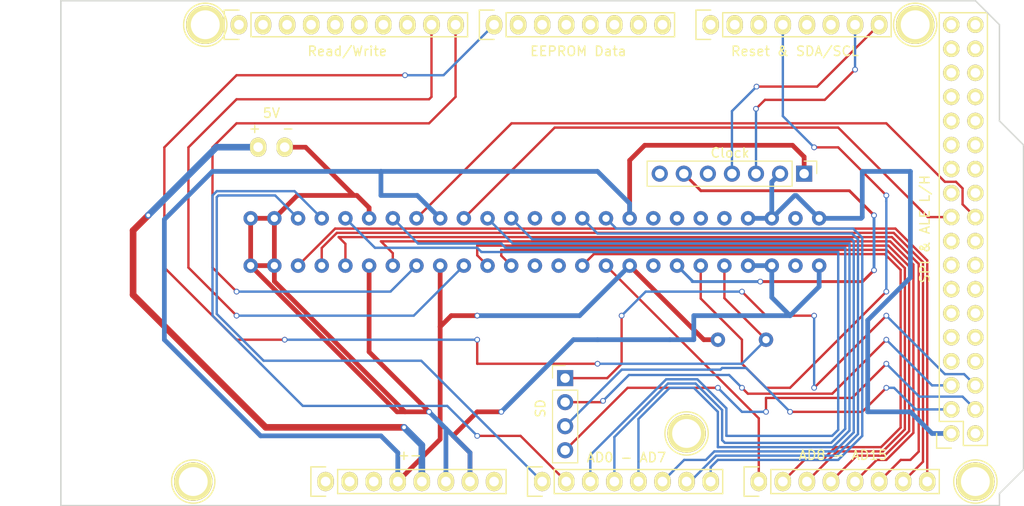
<source format=kicad_pcb>
(kicad_pcb (version 20211014) (generator pcbnew)
  (title_block (date "mar. 31 mars 2015"))
  (layers (0 "F.Cu" signal) (31 "B.Cu" signal) (34 "B.Paste" user) (35 "F.Paste" user) (36 "B.SilkS" user "B.Silkscreen") (37 "F.SilkS" user "F.Silkscreen") (38 "B.Mask" user) (39 "F.Mask" user) (44 "Edge.Cuts" user))
  (net 0 "")
  (net 1 "GND")
  (net 2 "/52(SCK)")
  (net 3 "/53(SS)")
  (net 4 "/50(MISO)")
  (net 5 "/51(MOSI)")
  (net 6 "/48")
  (net 7 "/49")
  (net 8 "/46")
  (net 9 "/47")
  (net 10 "/44")
  (net 11 "/45")
  (net 12 "/42")
  (net 13 "/43")
  (net 14 "/40")
  (net 15 "/41")
  (net 16 "/38")
  (net 17 "/39")
  (net 18 "/36")
  (net 19 "/37")
  (net 20 "/34")
  (net 21 "/35")
  (net 22 "/32")
  (net 23 "/33")
  (net 24 "/30")
  (net 25 "/31")
  (net 26 "/28")
  (net 27 "/29")
  (net 28 "/26")
  (net 29 "/27")
  (net 30 "/24")
  (net 31 "/25")
  (net 32 "/22")
  (net 33 "/23")
  (net 34 "+5V")
  (net 35 "/IOREF")
  (net 36 "/Reset")
  (net 37 "/Vin")
  (net 38 "/A0")
  (net 39 "/A1")
  (net 40 "/A2")
  (net 41 "/A3")
  (net 42 "/A4")
  (net 43 "/A5")
  (net 44 "/A6")
  (net 45 "/A7")
  (net 46 "/A8")
  (net 47 "/A9")
  (net 48 "/A10")
  (net 49 "/A11")
  (net 50 "/A12")
  (net 51 "/A13")
  (net 52 "/A14")
  (net 53 "/A15")
  (net 54 "/SCL")
  (net 55 "/SDA")
  (net 56 "/AREF")
  (net 57 "/9(**)")
  (net 58 "/8(**)")
  (net 59 "/7(**)")
  (net 60 "/20(SDA)")
  (net 61 "/21(SCL)")
  (net 62 "Net-(P8-Pad1)")
  (net 63 "Net-(P9-Pad1)")
  (net 64 "Net-(P10-Pad1)")
  (net 65 "Net-(P11-Pad1)")
  (net 66 "Net-(P13-Pad1)")
  (net 67 "Net-(P2-Pad1)")
  (net 68 "+3V3")
  (net 69 "/14(Tx3)")
  (net 70 "/15(Rx3)")
  (net 71 "/16(Tx2)")
  (net 72 "/17(Rx2)")
  (net 73 "/18(Tx1)")
  (net 74 "/19(Rx1)")
  (footprint "Socket_Arduino_Mega:Socket_Strip_Arduino_2x18" (layer "F.Cu") (at 197.358 114.046 90)
    (fp_text reference "SPI & ALE L/H")
    (fp_text value "Digital")
  )
  (footprint "Socket_Arduino_Mega:Socket_Strip_Arduino_1x08" (layer "F.Cu") (at 131.318 119.126)
    (fp_text reference "+-")
    (fp_text value "Power")
  )
  (footprint "Socket_Arduino_Mega:Socket_Strip_Arduino_1x08" (layer "F.Cu") (at 154.178 119.126)
    (fp_text reference "AD0 - AD7")
    (fp_text value "Analog")
  )
  (footprint "Socket_Arduino_Mega:Socket_Strip_Arduino_1x08" (layer "F.Cu") (at 177.038 119.126)
    (fp_text reference "AD8 - AD15")
    (fp_text value "Analog")
  )
  (footprint "Socket_Arduino_Mega:Socket_Strip_Arduino_1x10" (layer "F.Cu") (at 122.174 70.866)
    (fp_text reference "Read/Write")
    (fp_text value "PWM")
  )
  (footprint "Socket_Arduino_Mega:Socket_Strip_Arduino_1x08" (layer "F.Cu") (at 149.098 70.866)
    (fp_text reference "EEPROM Data")
    (fp_text value "PWM")
  )
  (footprint "Socket_Arduino_Mega:Socket_Strip_Arduino_1x08" (layer "F.Cu") (at 171.958 70.866)
    (fp_text reference "Reset & SDA/SCL")
    (fp_text value "Communication")
  )
  (footprint "Socket_Arduino_Mega:Arduino_1pin" (layer "F.Cu") (at 117.348 119.126)
    (fp_text reference "P8" hide)
    (fp_text value "CONN_01X01" hide)
  )
  (footprint "Socket_Arduino_Mega:Arduino_1pin" (layer "F.Cu") (at 169.418 114.046)
    (fp_text reference "P9" hide)
    (fp_text value "CONN_01X01" hide)
  )
  (footprint "Socket_Arduino_Mega:Arduino_1pin" (layer "F.Cu") (at 199.898 119.126)
    (fp_text reference "P10" hide)
    (fp_text value "CONN_01X01" hide)
  )
  (footprint "Socket_Arduino_Mega:Arduino_1pin" (layer "F.Cu") (at 118.618 70.866)
    (fp_text reference "P11" hide)
    (fp_text value "CONN_01X01" hide)
  )
  (footprint "Socket_Arduino_Mega:Arduino_1pin" (layer "F.Cu") (at 193.548 70.866)
    (fp_text reference "P13" hide)
    (fp_text value "CONN_01X01" hide)
  )
  (footprint "" (layer "F.Cu") (at 177.8 104.14 90)
    (fp_text reference "")
    (fp_text value "")
  )
  (footprint "Connector_PinHeader_2.54mm:PinHeader_1x07_P2.54mm_Vertical" (layer "F.Cu") (at 181.825 86.6 -90)
    (fp_text reference "Clock")
    (fp_text value "PinHeader_1x07_P2.54mm_Vertical")
  )
  (footprint "!sanni:N64 Slot" (layer "F.Cu") (at 123.41 96.3147)
    (fp_text reference "J1" hide)
    (fp_text value "N64_Slot")
  )
  (footprint "" (layer "F.Cu") (at 127 83.8)
    (fp_text reference "")
    (fp_text value "")
  )
  (footprint "" (layer "F.Cu") (at 172.72 104.14)
    (fp_text reference "")
    (fp_text value "")
  )
  (footprint "Connector_PinHeader_2.54mm:PinHeader_1x04_P2.54mm_Vertical" (layer "F.Cu") (at 156.6 108.2)
    (fp_text reference "SD")
    (fp_text value "PinHeader_1x04_P2.54mm_Vertical")
  )
  (footprint "" (layer "F.Cu") (at 124.2 83.8)
    (fp_text reference "")
    (fp_text value "")
  )
  (gr_line (start 202.438 81.026) (end 204.978 83.566) (layer "Edge.Cuts") (width 0.15))
  (gr_line (start 103.378 121.666) (end 103.378 68.326) (layer "Edge.Cuts") (width 0.15))
  (gr_line (start 204.978 83.566) (end 204.978 117.856) (layer "Edge.Cuts") (width 0.15))
  (gr_line (start 202.438 121.666) (end 103.378 121.666) (layer "Edge.Cuts") (width 0.15))
  (gr_line (start 103.378 68.326) (end 199.898 68.326) (layer "Edge.Cuts") (width 0.15))
  (gr_line (start 204.978 117.856) (end 202.438 120.396) (layer "Edge.Cuts") (width 0.15))
  (gr_line (start 199.898 68.326) (end 202.438 70.866) (layer "Edge.Cuts") (width 0.15))
  (gr_line (start 202.438 70.866) (end 202.438 81.026) (layer "Edge.Cuts") (width 0.15))
  (gr_line (start 202.438 120.396) (end 202.438 121.666) (layer "Edge.Cuts") (width 0.15))
  (gr_text "5V\n+   -" (at 125.6 81) (layer "F.SilkS") (effects (font (size 1 1))))
  (segment (start 149.86 111.76) (end 147.32 111.76) (width 0.5) (layer "F.Cu") (net 1))
  (segment (start 135.91 96.3147) (end 135.91 105.43) (width 0.5) (layer "F.Cu") (net 1))
  (segment (start 135.91 91.3147) (end 135.91 90.19) (width 0.5) (layer "F.Cu") (net 1))
  (segment (start 123.41 91.3147) (end 123.41 96.3147) (width 0.5) (layer "F.Cu") (net 1))
  (segment (start 125.91 96.3147) (end 123.41 96.3147) (width 0.5) (layer "F.Cu") (net 1))
  (segment (start 134.3 88.9) (end 129.2 83.8) (width 0.5) (layer "F.Cu") (net 1))
  (segment (start 146.558 116.078) (end 146.558 119.126) (width 0.5) (layer "F.Cu") (net 1))
  (segment (start 125.91 91.3147) (end 125.91 96.3147) (width 0.5) (layer "F.Cu") (net 1))
  (segment (start 125.91 97.97) (end 139.7 111.76) (width 0.5) (layer "F.Cu") (net 1))
  (segment (start 135.91 105.43) (end 142.24 111.76) (width 0.5) (layer "F.Cu") (net 1))
  (segment (start 123.41 96.3147) (end 138.8553 111.76) (width 0.5) (layer "F.Cu") (net 1))
  (segment (start 135.91 90.19) (end 134.62 88.9) (width 0.5) (layer "F.Cu") (net 1))
  (segment (start 125.91 96.3147) (end 125.91 97.97) (width 0.5) (layer "F.Cu") (net 1))
  (segment (start 134.62 88.9) (end 134.3 88.9) (width 0.5) (layer "F.Cu") (net 1))
  (segment (start 138.8553 111.76) (end 139.7 111.76) (width 0.5) (layer "F.Cu") (net 1))
  (segment (start 144.78 114.3) (end 146.558 116.078) (width 0.5) (layer "F.Cu") (net 1))
  (segment (start 134.3 88.9) (end 128.3247 88.9) (width 0.5) (layer "F.Cu") (net 1))
  (segment (start 128.3247 88.9) (end 125.91 91.3147) (width 0.5) (layer "F.Cu") (net 1))
  (segment (start 125.91 91.3147) (end 123.41 91.3147) (width 0.5) (layer "F.Cu") (net 1))
  (segment (start 147.32 111.76) (end 144.78 114.3) (width 0.5) (layer "F.Cu") (net 1))
  (segment (start 129.2 83.8) (end 127 83.8) (width 0.5) (layer "F.Cu") (net 1))
  (segment (start 139.7 111.76) (end 142.24 111.76) (width 0.5) (layer "F.Cu") (net 1))
  (via (at 142.24 111.76) (size 0.6) (drill 0.4) (layers "F.Cu" "B.Cu") (net 1))
  (via (at 149.86 111.76) (size 0.6) (drill 0.4) (layers "F.Cu" "B.Cu") (net 1))
  (segment (start 188.53452 102.08545) (end 188.53452 111.76) (width 0.5) (layer "B.Cu") (net 1))
  (segment (start 183.41 98.53) (end 183.41 96.3147) (width 0.5) (layer "B.Cu") (net 1))
  (segment (start 142.24 111.76) (end 144.018 113.538) (width 0.5) (layer "B.Cu") (net 1))
  (segment (start 180.8247 88.9) (end 180.9953 88.9) (width 0.25) (layer "B.Cu") (net 1))
  (segment (start 170.18 101.6) (end 180.34 101.6) (width 0.5) (layer "B.Cu") (net 1))
  (segment (start 149.86 111.76) (end 157.48 104.14) (width 0.5) (layer "B.Cu") (net 1))
  (segment (start 146.558 116.078) (end 146.558 119.126) (width 0.5) (layer "B.Cu") (net 1))
  (segment (start 193.04 97.57997) (end 188.53452 102.08545) (width 0.5) (layer "B.Cu") (net 1))
  (segment (start 178.41 99.67) (end 180.34 101.6) (width 0.5) (layer "B.Cu") (net 1))
  (segment (start 170.18 104.14) (end 170.18 101.6) (width 0.5) (layer "B.Cu") (net 1))
  (segment (start 187.96 86.36) (end 193.04 86.36) (width 0.5) (layer "B.Cu") (net 1))
  (segment (start 167.64 104.14) (end 170.18 104.14) (width 0.5) (layer "B.Cu") (net 1))
  (segment (start 144.018 113.538) (end 144.018 119.126) (width 0.5) (layer "B.Cu") (net 1))
  (segment (start 195.326 114.046) (end 197.358 114.046) (width 0.5) (layer "B.Cu") (net 1))
  (segment (start 160.02 104.14) (end 167.64 104.14) (width 0.5) (layer "B.Cu") (net 1))
  (segment (start 178.41 91.3147) (end 180.8247 88.9) (width 0.5) (layer "B.Cu") (net 1))
  (segment (start 187.8347 91.3147) (end 187.96 91.1894) (width 0.5) (layer "B.Cu") (net 1))
  (segment (start 187.96 91.1894) (end 187.96 86.36) (width 0.5) (layer "B.Cu") (net 1))
  (segment (start 193.04 111.76) (end 195.326 114.046) (width 0.5) (layer "B.Cu") (net 1))
  (segment (start 175.91 96.3147) (end 178.41 96.3147) (width 0.5) (layer "B.Cu") (net 1))
  (segment (start 175.91 91.3147) (end 178.41 91.3147) (width 0.5) (layer "B.Cu") (net 1))
  (segment (start 157.48 104.14) (end 160.02 104.14) (width 0.5) (layer "B.Cu") (net 1))
  (segment (start 178.41 91.3147) (end 178.41 87.475) (width 0.5) (layer "B.Cu") (net 1))
  (segment (start 144.018 113.538) (end 146.558 116.078) (width 0.5) (layer "B.Cu") (net 1))
  (segment (start 180.34 101.6) (end 183.41 98.53) (width 0.5) (layer "B.Cu") (net 1))
  (segment (start 193.04 86.36) (end 193.04 97.57997) (width 0.5) (layer "B.Cu") (net 1))
  (segment (start 178.41 87.475) (end 179.285 86.6) (width 0.5) (layer "B.Cu") (net 1))
  (segment (start 183.41 91.3147) (end 187.8347 91.3147) (width 0.5) (layer "B.Cu") (net 1))
  (segment (start 183.41 91.3147) (end 180.9953 88.9) (width 0.5) (layer "B.Cu") (net 1))
  (segment (start 188.53452 111.76) (end 193.04 111.76) (width 0.5) (layer "B.Cu") (net 1))
  (segment (start 178.41 96.3147) (end 178.41 99.67) (width 0.5) (layer "B.Cu") (net 1))
  (segment (start 190.5 109.22) (end 187.96 111.76) (width 0.25) (layer "F.Cu") (net 2))
  (segment (start 187.96 111.76) (end 180.34 111.76) (width 0.25) (layer "F.Cu") (net 2))
  (via (at 180.34 111.76) (size 0.6) (drill 0.4) (layers "F.Cu" "B.Cu") (net 2))
  (via (at 190.5 109.22) (size 0.6) (drill 0.4) (layers "F.Cu" "B.Cu") (net 2))
  (segment (start 172.994529 107.304511) (end 162.575489 107.304511) (width 0.25) (layer "B.Cu") (net 2))
  (segment (start 173.16952 107.12952) (end 172.994529 107.304511) (width 0.25) (layer "B.Cu") (net 2))
  (segment (start 162.575489 107.304511) (end 156.6 113.28) (width 0.25) (layer "B.Cu") (net 2))
  (segment (start 193.598494 111.506) (end 191.312494 109.22) (width 0.25) (layer "B.Cu") (net 2))
  (segment (start 197.358 111.506) (end 193.598494 111.506) (width 0.25) (layer "B.Cu") (net 2))
  (segment (start 191.312494 109.22) (end 190.5 109.22) (width 0.25) (layer "B.Cu") (net 2))
  (segment (start 175.70952 107.12952) (end 173.16952 107.12952) (width 0.25) (layer "B.Cu") (net 2))
  (segment (start 180.34 111.76) (end 175.70952 107.12952) (width 0.25) (layer "B.Cu") (net 2))
  (segment (start 177.8 110.294031) (end 177.8 111.76) (width 0.25) (layer "F.Cu") (net 3))
  (segment (start 172.72 109.22) (end 163.2 109.22) (width 0.25) (layer "F.Cu") (net 3))
  (segment (start 190.5 106.68) (end 186.885969 110.294031) (width 0.25) (layer "F.Cu") (net 3))
  (segment (start 186.885969 110.294031) (end 177.8 110.294031) (width 0.25) (layer "F.Cu") (net 3))
  (segment (start 163.2 109.22) (end 156.6 115.82) (width 0.25) (layer "F.Cu") (net 3))
  (via (at 190.5 106.68) (size 0.6) (drill 0.4) (layers "F.Cu" "B.Cu") (net 3))
  (via (at 172.72 109.22) (size 0.6) (drill 0.4) (layers "F.Cu" "B.Cu") (net 3))
  (via (at 177.8 111.76) (size 0.6) (drill 0.4) (layers "F.Cu" "B.Cu") (net 3))
  (segment (start 177.8 111.76) (end 175.26 111.76) (width 0.25) (layer "B.Cu") (net 3))
  (segment (start 193.974111 110.154111) (end 190.5 106.68) (width 0.25) (layer "B.Cu") (net 3))
  (segment (start 198.546111 110.154111) (end 193.974111 110.154111) (width 0.25) (layer "B.Cu") (net 3))
  (segment (start 199.898 111.506) (end 198.546111 110.154111) (width 0.25) (layer "B.Cu") (net 3))
  (segment (start 175.26 111.76) (end 172.72 109.22) (width 0.25) (layer "B.Cu") (net 3))
  (segment (start 160.46 110.74) (end 156.6 110.74) (width 0.25) (layer "F.Cu") (net 4))
  (segment (start 184.795489 109.844511) (end 175.884511 109.844511) (width 0.25) (layer "F.Cu") (net 4))
  (segment (start 160.6 110.6) (end 160.46 110.74) (width 0.25) (layer "F.Cu") (net 4))
  (segment (start 190.5 104.14) (end 184.795489 109.844511) (width 0.25) (layer "F.Cu") (net 4))
  (segment (start 175.884511 109.844511) (end 175.26 109.22) (width 0.25) (layer "F.Cu") (net 4))
  (via (at 175.26 109.22) (size 0.6) (drill 0.4) (layers "F.Cu" "B.Cu") (net 4))
  (via (at 160.6 110.6) (size 0.6) (drill 0.4) (layers "F.Cu" "B.Cu") (net 4))
  (via (at 190.5 104.14) (size 0.6) (drill 0.4) (layers "F.Cu" "B.Cu") (net 4))
  (segment (start 173.91144 107.87144) (end 163.32856 107.87144) (width 0.25) (layer "B.Cu") (net 4))
  (segment (start 195.326 108.966) (end 190.5 104.14) (width 0.25) (layer "B.Cu") (net 4))
  (segment (start 163.32856 107.87144) (end 160.6 110.6) (width 0.25) (layer "B.Cu") (net 4))
  (segment (start 197.358 108.966) (end 195.326 108.966) (width 0.25) (layer "B.Cu") (net 4))
  (segment (start 175.26 109.22) (end 173.91144 107.87144) (width 0.25) (layer "B.Cu") (net 4))
  (segment (start 182.88 101.6) (end 177.8 101.6) (width 0.25) (layer "F.Cu") (net 5))
  (segment (start 162.56 106.68) (end 161.04 108.2) (width 0.25) (layer "F.Cu") (net 5))
  (segment (start 162.56 101.6) (end 162.56 106.68) (width 0.25) (layer "F.Cu") (net 5))
  (segment (start 177.8 101.6) (end 175.26 99.06) (width 0.25) (layer "F.Cu") (net 5))
  (segment (start 190.5 101.6) (end 182.88 109.22) (width 0.25) (layer "F.Cu") (net 5))
  (segment (start 161.04 108.2) (end 156.6 108.2) (width 0.25) (layer "F.Cu") (net 5))
  (via (at 190.5 101.6) (size 0.6) (drill 0.4) (layers "F.Cu" "B.Cu") (net 5))
  (via (at 162.56 101.6) (size 0.6) (drill 0.4) (layers "F.Cu" "B.Cu") (net 5))
  (via (at 175.26 99.06) (size 0.6) (drill 0.4) (layers "F.Cu" "B.Cu") (net 5))
  (via (at 182.88 101.6) (size 0.6) (drill 0.4) (layers "F.Cu" "B.Cu") (net 5))
  (via (at 182.88 109.22) (size 0.6) (drill 0.4) (layers "F.Cu" "B.Cu") (net 5))
  (segment (start 190.941596 102.041596) (end 190.5 101.6) (width 0.25) (layer "B.Cu") (net 5))
  (segment (start 198.709889 107.777889) (end 196.677889 107.777889) (width 0.25) (layer "B.Cu") (net 5))
  (segment (start 175.26 99.06) (end 165.1 99.06) (width 0.25) (layer "B.Cu") (net 5))
  (segment (start 199.898 108.966) (end 198.709889 107.777889) (width 0.25) (layer "B.Cu") (net 5))
  (segment (start 196.677889 107.777889) (end 190.941596 102.041596) (width 0.25) (layer "B.Cu") (net 5))
  (segment (start 182.88 109.22) (end 182.88 101.6) (width 0.25) (layer "B.Cu") (net 5))
  (segment (start 165.1 99.06) (end 162.56 101.6) (width 0.25) (layer "B.Cu") (net 5))
  (segment (start 185.42 81.72952) (end 194.87648 91.186) (width 0.25) (layer "F.Cu") (net 18))
  (segment (start 145.91 91.3147) (end 155.49518 81.72952) (width 0.25) (layer "F.Cu") (net 18))
  (segment (start 155.49518 81.72952) (end 185.42 81.72952) (width 0.25) (layer "F.Cu") (net 18))
  (segment (start 194.87648 91.186) (end 197.358 91.186) (width 0.25) (layer "F.Cu") (net 18))
  (segment (start 197.850133 87.457889) (end 198.546111 88.153867) (width 0.25) (layer "F.Cu") (net 19))
  (segment (start 198.546111 89.834111) (end 199.898 91.186) (width 0.25) (layer "F.Cu") (net 19))
  (segment (start 140.91 91.3147) (end 150.9447 81.28) (width 0.25) (layer "F.Cu") (net 19))
  (segment (start 150.9447 81.28) (end 190.5 81.28) (width 0.25) (layer "F.Cu") (net 19))
  (segment (start 198.546111 88.153867) (end 198.546111 89.834111) (width 0.25) (layer "F.Cu") (net 19))
  (segment (start 190.5 81.28) (end 196.677889 87.457889) (width 0.25) (layer "F.Cu") (net 19))
  (segment (start 196.677889 87.457889) (end 197.850133 87.457889) (width 0.25) (layer "F.Cu") (net 19))
  (segment (start 111 99.4) (end 111 92.6) (width 0.7) (layer "F.Cu") (net 34))
  (segment (start 111 92.6) (end 112.6 91) (width 0.7) (layer "F.Cu") (net 34))
  (segment (start 125 113.4) (end 111 99.4) (width 0.7) (layer "F.Cu") (net 34))
  (segment (start 139.6 113.4) (end 125 113.4) (width 0.7) (layer "F.Cu") (net 34))
  (via (at 139.6 113.4) (size 0.6) (drill 0.4) (layers "F.Cu" "B.Cu") (net 34))
  (via (at 112.6 91) (size 0.7) (drill 0.4) (layers "F.Cu" "B.Cu") (net 34))
  (segment (start 119.8 83.8) (end 124.2 83.8) (width 0.7) (layer "B.Cu") (net 34))
  (segment (start 141.478 119.126) (end 141.478 115.278) (width 0.7) (layer "B.Cu") (net 34))
  (segment (start 112.6 91) (end 119.8 83.8) (width 0.7) (layer "B.Cu") (net 34))
  (segment (start 141.478 115.278) (end 139.6 113.4) (width 0.7) (layer "B.Cu") (net 34))
  (segment (start 119.82952 89.086198) (end 119.82952 101.413802) (width 0.25) (layer "B.Cu") (net 38))
  (segment (start 141.414141 106.362141) (end 154.178 119.126) (width 0.25) (layer "B.Cu") (net 38))
  (segment (start 120.015718 88.9) (end 119.82952 89.086198) (width 0.25) (layer "B.Cu") (net 38))
  (segment (start 125.9953 88.9) (end 120.015718 88.9) (width 0.25) (layer "B.Cu") (net 38))
  (segment (start 124.777859 106.362141) (end 141.414141 106.362141) (width 0.25) (layer "B.Cu") (net 38))
  (segment (start 128.41 91.3147) (end 125.9953 88.9) (width 0.25) (layer "B.Cu") (net 38))
  (segment (start 119.82952 101.413802) (end 124.777859 106.362141) (width 0.25) (layer "B.Cu") (net 38))
  (segment (start 147.32 114.3) (end 151.892 114.3) (width 0.25) (layer "F.Cu") (net 39))
  (segment (start 151.892 114.3) (end 156.718 119.126) (width 0.25) (layer "F.Cu") (net 39))
  (via (at 147.32 114.3) (size 0.6) (drill 0.4) (layers "F.Cu" "B.Cu") (net 39))
  (segment (start 119.82952 88.45048) (end 119.38 88.9) (width 0.25) (layer "B.Cu") (net 39))
  (segment (start 130.91 91.3147) (end 128.04578 88.45048) (width 0.25) (layer "B.Cu") (net 39))
  (segment (start 144.155489 111.135489) (end 147.32 114.3) (width 0.25) (layer "B.Cu") (net 39))
  (segment (start 119.38 88.9) (end 119.38 101.6) (width 0.25) (layer "B.Cu") (net 39))
  (segment (start 128.915489 111.135489) (end 144.155489 111.135489) (width 0.25) (layer "B.Cu") (net 39))
  (segment (start 124.46 106.68) (end 128.915489 111.135489) (width 0.25) (layer "B.Cu") (net 39))
  (segment (start 128.04578 88.45048) (end 119.82952 88.45048) (width 0.25) (layer "B.Cu") (net 39))
  (segment (start 119.38 101.6) (end 124.46 106.68) (width 0.25) (layer "B.Cu") (net 39))
  (segment (start 147.76952 94.87904) (end 185.42 94.87904) (width 0.25) (layer "B.Cu") (net 40))
  (segment (start 170.552394 108.32096) (end 167.267604 108.32096) (width 0.25) (layer "B.Cu") (net 40))
  (segment (start 136.52482 94.42952) (end 147.32 94.42952) (width 0.25) (layer "B.Cu") (net 40))
  (segment (start 185.42 94.87904) (end 185.42 113.66141) (width 0.25) (layer "B.Cu") (net 40))
  (segment (start 173.61904 111.387604) (end 170.552394 108.32096) (width 0.25) (layer "B.Cu") (net 40))
  (segment (start 167.267604 108.32096) (end 159.258 116.330565) (width 0.25) (layer "B.Cu") (net 40))
  (segment (start 184.78141 114.3) (end 173.61904 114.3) (width 0.25) (layer "B.Cu") (net 40))
  (segment (start 173.61904 114.3) (end 173.61904 111.387604) (width 0.25) (layer "B.Cu") (net 40))
  (segment (start 133.41 91.3147) (end 136.52482 94.42952) (width 0.25) (layer "B.Cu") (net 40))
  (segment (start 159.258 116.330565) (end 159.258 119.126) (width 0.25) (layer "B.Cu") (net 40))
  (segment (start 185.42 113.66141) (end 184.78141 114.3) (width 0.25) (layer "B.Cu") (net 40))
  (segment (start 147.32 94.42952) (end 147.76952 94.87904) (width 0.25) (layer "B.Cu") (net 40))
  (segment (start 149.86 93.98) (end 150.30952 94.42952) (width 0.25) (layer "B.Cu") (net 41))
  (segment (start 161.798 114.426282) (end 161.798 119.126) (width 0.25) (layer "B.Cu") (net 41))
  (segment (start 184.675208 115.04192) (end 173.46192 115.04192) (width 0.25) (layer "B.Cu") (net 41))
  (segment (start 186.16192 94.42952) (end 186.16192 113.555208) (width 0.25) (layer "B.Cu") (net 41))
  (segment (start 167.453802 108.77048) (end 161.798 114.426282) (width 0.25) (layer "B.Cu") (net 41))
  (segment (start 173.46192 115.04192) (end 173.16952 114.74952) (width 0.25) (layer "B.Cu") (net 41))
  (segment (start 138.41 91.3147) (end 141.0753 93.98) (width 0.25) (layer "B.Cu") (net 41))
  (segment (start 141.0753 93.98) (end 149.86 93.98) (width 0.25) (layer "B.Cu") (net 41))
  (segment (start 150.30952 94.42952) (end 186.16192 94.42952) (width 0.25) (layer "B.Cu") (net 41))
  (segment (start 173.16952 111.573802) (end 170.366197 108.77048) (width 0.25) (layer "B.Cu") (net 41))
  (segment (start 173.16952 114.74952) (end 173.16952 111.573802) (width 0.25) (layer "B.Cu") (net 41))
  (segment (start 170.366197 108.77048) (end 167.453802 108.77048) (width 0.25) (layer "B.Cu") (net 41))
  (segment (start 186.16192 113.555208) (end 184.675208 115.04192) (width 0.25) (layer "B.Cu") (net 41))
  (segment (start 167.64 109.22) (end 164.338 112.522) (width 0.25) (layer "B.Cu") (net 42))
  (segment (start 186.61144 113.741406) (end 184.861406 115.49144) (width 0.25) (layer "B.Cu") (net 42))
  (segment (start 172.72 115.49144) (end 172.72 111.76) (width 0.25) (layer "B.Cu") (net 42))
  (segment (start 170.18 109.22) (end 167.64 109.22) (width 0.25) (layer "B.Cu") (net 42))
  (segment (start 148.41 91.3147) (end 151.0753 93.98) (width 0.25) (layer "B.Cu") (net 42))
  (segment (start 186.61144 93.98) (end 186.61144 113.741406) (width 0.25) (layer "B.Cu") (net 42))
  (segment (start 172.72 111.76) (end 170.18 109.22) (width 0.25) (layer "B.Cu") (net 42))
  (segment (start 164.338 112.522) (end 164.338 119.126) (width 0.25) (layer "B.Cu") (net 42))
  (segment (start 151.0753 93.98) (end 186.61144 93.98) (width 0.25) (layer "B.Cu") (net 42))
  (segment (start 184.861406 115.49144) (end 172.72 115.49144) (width 0.25) (layer "B.Cu") (net 42))
  (segment (start 187.06096 113.927604) (end 185.047604 115.94096) (width 0.25) (layer "B.Cu") (net 43))
  (segment (start 172.347605 115.94096) (end 171.448565 116.84) (width 0.25) (layer "B.Cu") (net 43))
  (segment (start 171.448565 116.84) (end 169.164 116.84) (width 0.25) (layer "B.Cu") (net 43))
  (segment (start 185.047604 115.94096) (end 172.347605 115.94096) (width 0.25) (layer "B.Cu") (net 43))
  (segment (start 186.856622 93.53048) (end 187.06096 93.734818) (width 0.25) (layer "B.Cu") (net 43))
  (segment (start 169.164 116.84) (end 166.878 119.126) (width 0.25) (layer "B.Cu") (net 43))
  (segment (start 153.12578 93.53048) (end 186.856622 93.53048) (width 0.25) (layer "B.Cu") (net 43))
  (segment (start 150.91 91.3147) (end 153.12578 93.53048) (width 0.25) (layer "B.Cu") (net 43))
  (segment (start 187.06096 93.734818) (end 187.06096 113.927604) (width 0.25) (layer "B.Cu") (net 43))
  (segment (start 185.233802 116.39048) (end 172.533803 116.39048) (width 0.25) (layer "B.Cu") (net 44))
  (segment (start 160.02 92.9247) (end 186.88656 92.9247) (width 0.25) (layer "B.Cu") (net 44))
  (segment (start 169.798283 119.126) (end 169.418 119.126) (width 0.25) (layer "B.Cu") (net 44))
  (segment (start 187.51048 93.54862) (end 187.51048 114.113802) (width 0.25) (layer "B.Cu") (net 44))
  (segment (start 187.51048 114.113802) (end 185.233802 116.39048) (width 0.25) (layer "B.Cu") (net 44))
  (segment (start 186.88656 92.9247) (end 187.51048 93.54862) (width 0.25) (layer "B.Cu") (net 44))
  (segment (start 172.533803 116.39048) (end 169.798283 119.126) (width 0.25) (layer "B.Cu") (net 44))
  (segment (start 158.41 91.3147) (end 160.02 92.9247) (width 0.25) (layer "B.Cu") (net 44))
  (segment (start 172.72 116.84) (end 171.958 117.602) (width 0.25) (layer "B.Cu") (net 45))
  (segment (start 160.91 91.3147) (end 161.996511 92.401211) (width 0.25) (layer "B.Cu") (net 45))
  (segment (start 187.96 114.3) (end 185.42 116.84) (width 0.25) (layer "B.Cu") (net 45))
  (segment (start 186.998789 92.401211) (end 187.96 93.362422) (width 0.25) (layer "B.Cu") (net 45))
  (segment (start 161.996511 92.401211) (end 186.998789 92.401211) (width 0.25) (layer "B.Cu") (net 45))
  (segment (start 171.958 117.602) (end 171.958 119.126) (width 0.25) (layer "B.Cu") (net 45))
  (segment (start 185.42 116.84) (end 172.72 116.84) (width 0.25) (layer "B.Cu") (net 45))
  (segment (start 187.96 93.362422) (end 187.96 114.3) (width 0.25) (layer "B.Cu") (net 45))
  (segment (start 160.91 96.3147) (end 177.038 112.4427) (width 0.25) (layer "F.Cu") (net 46))
  (segment (start 177.038 112.4427) (end 177.038 119.126) (width 0.25) (layer "F.Cu") (net 46))
  (segment (start 183.768283 116.84) (end 185.116842 115.49144) (width 0.25) (layer "F.Cu") (net 47))
  (segment (start 159.626369 95.098331) (end 158.41 96.3147) (width 0.25) (layer "F.Cu") (net 47))
  (segment (start 181.864 116.84) (end 183.768283 116.84) (width 0.25) (layer "F.Cu") (net 47))
  (segment (start 190.344023 95.098331) (end 159.626369 95.098331) (width 0.25) (layer "F.Cu") (net 47))
  (segment (start 192.007863 113.424983) (end 192.007863 96.762171) (width 0.25) (layer "F.Cu") (net 47))
  (segment (start 192.007863 96.762171) (end 190.344023 95.098331) (width 0.25) (layer "F.Cu") (net 47))
  (segment (start 189.941406 115.49144) (end 192.007863 113.424983) (width 0.25) (layer "F.Cu") (net 47))
  (segment (start 185.116842 115.49144) (end 189.941406 115.49144) (width 0.25) (layer "F.Cu") (net 47))
  (segment (start 179.578 119.126) (end 181.864 116.84) (width 0.25) (layer "F.Cu") (net 47))
  (segment (start 149.86 94.648811) (end 190.530221 94.648811) (width 0.25) (layer "F.Cu") (net 48))
  (segment (start 150.91 96.3147) (end 149.86 95.2647) (width 0.25) (layer "F.Cu") (net 48))
  (segment (start 185.30304 115.94096) (end 182.118 119.126) (width 0.25) (layer "F.Cu") (net 48))
  (segment (start 190.127604 115.94096) (end 185.30304 115.94096) (width 0.25) (layer "F.Cu") (net 48))
  (segment (start 192.457383 96.575973) (end 192.457383 113.611181) (width 0.25) (layer "F.Cu") (net 48))
  (segment (start 149.86 95.2647) (end 149.86 94.648811) (width 0.25) (layer "F.Cu") (net 48))
  (segment (start 192.457383 113.611181) (end 190.127604 115.94096) (width 0.25) (layer "F.Cu") (net 48))
  (segment (start 190.530221 94.648811) (end 192.457383 96.575973) (width 0.25) (layer "F.Cu") (net 48))
  (segment (start 147.32 95.2247) (end 147.32 94.199291) (width 0.25) (layer "F.Cu") (net 49))
  (segment (start 192.906903 96.389775) (end 192.906903 96.52) (width 0.25) (layer "F.Cu") (net 49))
  (segment (start 192.906903 113.797379) (end 192.722141 113.982141) (width 0.25) (layer "F.Cu") (net 49))
  (segment (start 190.5 94.199291) (end 190.716419 94.199291) (width 0.25) (layer "F.Cu") (net 49))
  (segment (start 187.39352 116.39048) (end 189.670198 116.39048) (width 0.25) (layer "F.Cu") (net 49))
  (segment (start 192.906903 96.52) (end 192.906903 113.797379) (width 0.25) (layer "F.Cu") (net 49))
  (segment (start 190.716419 94.199291) (end 192.906903 96.389775) (width 0.25) (layer "F.Cu") (net 49))
  (segment (start 184.658 119.126) (end 187.39352 116.39048) (width 0.25) (layer "F.Cu") (net 49))
  (segment (start 148.41 96.3147) (end 147.32 95.2247) (width 0.25) (layer "F.Cu") (net 49))
  (segment (start 190.313802 116.39048) (end 192.722141 113.982141) (width 0.25) (layer "F.Cu") (net 49))
  (segment (start 189.670198 116.39048) (end 190.313802 116.39048) (width 0.25) (layer "F.Cu") (net 49))
  (segment (start 147.32 94.199291) (end 190.5 94.199291) (width 0.25) (layer "F.Cu") (net 49))
  (segment (start 190.5 116.84) (end 189.484 116.84) (width 0.25) (layer "F.Cu") (net 50))
  (segment (start 138.41 94.999771) (end 137.16 93.749771) (width 0.25) (layer "F.Cu") (net 50))
  (segment (start 138.41 96.3147) (end 138.41 94.999771) (width 0.25) (layer "F.Cu") (net 50))
  (segment (start 193.356423 96.203577) (end 193.356423 113.983577) (width 0.25) (layer "F.Cu") (net 50))
  (segment (start 190.902617 93.749771) (end 193.356423 96.203577) (width 0.25) (layer "F.Cu") (net 50))
  (segment (start 193.356423 113.983577) (end 190.5 116.84) (width 0.25) (layer "F.Cu") (net 50))
  (segment (start 137.16 93.749771) (end 190.902617 93.749771) (width 0.25) (layer "F.Cu") (net 50))
  (segment (start 189.484 116.84) (end 187.198 119.126) (width 0.25) (layer "F.Cu") (net 50))
  (segment (start 133.41 96.3147) (end 133.41 94.014366) (width 0.25) (layer "F.Cu") (net 51))
  (segment (start 193.91896 96.130396) (end 193.91896 115.96104) (width 0.25) (layer "F.Cu") (net 51))
  (segment (start 193.91896 115.96104) (end 193.04 116.84) (width 0.25) (layer "F.Cu") (net 51))
  (segment (start 193.04 116.84) (end 192.024 116.84) (width 0.25) (layer "F.Cu") (net 51))
  (segment (start 192.024 116.84) (end 189.738 119.126) (width 0.25) (layer "F.Cu") (net 51))
  (segment (start 132.695885 93.300251) (end 191.088815 93.300251) (width 0.25) (layer "F.Cu") (net 51))
  (segment (start 133.41 94.014366) (end 132.695885 93.300251) (width 0.25) (layer "F.Cu") (net 51))
  (segment (start 191.088815 93.300251) (end 193.91896 96.130396) (width 0.25) (layer "F.Cu") (net 51))
  (segment (start 132.509687 92.850731) (end 191.275013 92.850731) (width 0.25) (layer "F.Cu") (net 52))
  (segment (start 194.36848 95.944198) (end 194.36848 117.03552) (width 0.25) (layer "F.Cu") (net 52))
  (segment (start 194.36848 117.03552) (end 192.278 119.126) (width 0.25) (layer "F.Cu") (net 52))
  (segment (start 130.91 96.3147) (end 130.91 94.450418) (width 0.25) (layer "F.Cu") (net 52))
  (segment (start 191.275013 92.850731) (end 194.36848 95.944198) (width 0.25) (layer "F.Cu") (net 52))
  (segment (start 130.91 94.450418) (end 132.509687 92.850731) (width 0.25) (layer "F.Cu") (net 52))
  (segment (start 194.818 119.126) (end 194.818 95.758) (width 0.25) (layer "F.Cu") (net 53))
  (segment (start 194.818 95.758) (end 191.461211 92.401211) (width 0.25) (layer "F.Cu") (net 53))
  (segment (start 132.323489 92.401211) (end 128.41 96.3147) (width 0.25) (layer "F.Cu") (net 53))
  (segment (start 191.461211 92.401211) (end 132.323489 92.401211) (width 0.25) (layer "F.Cu") (net 53))
  (segment (start 116.84 96.52) (end 116.84 83.82) (width 0.25) (layer "F.Cu") (net 57))
  (segment (start 121.92 101.6) (end 116.84 96.52) (width 0.25) (layer "F.Cu") (net 57))
  (segment (start 121.92 78.74) (end 142.24 78.74) (width 0.25) (layer "F.Cu") (net 57))
  (segment (start 142.494 78.486) (end 142.494 70.866) (width 0.25) (layer "F.Cu") (net 57))
  (segment (start 142.24 78.74) (end 142.494 78.486) (width 0.25) (layer "F.Cu") (net 57))
  (segment (start 116.84 83.82) (end 121.92 78.74) (width 0.25) (layer "F.Cu") (net 57))
  (via (at 121.92 101.6) (size 0.6) (drill 0.4) (layers "F.Cu" "B.Cu") (net 57))
  (segment (start 145.91 96.3147) (end 140.6247 101.6) (width 0.25) (layer "B.Cu") (net 57))
  (segment (start 140.6247 101.6) (end 121.92 101.6) (width 0.25) (layer "B.Cu") (net 57))
  (segment (start 119.38 96.52) (end 119.38 83.82) (width 0.25) (layer "F.Cu") (net 58))
  (segment (start 119.38 83.82) (end 121.92 81.28) (width 0.25) (layer "F.Cu") (net 58))
  (segment (start 121.92 81.28) (end 142.24 81.28) (width 0.25) (layer "F.Cu") (net 58))
  (segment (start 121.92 99.06) (end 119.38 96.52) (width 0.25) (layer "F.Cu") (net 58))
  (segment (start 142.24 81.28) (end 145.034 78.486) (width 0.25) (layer "F.Cu") (net 58))
  (segment (start 145.034 78.486) (end 145.034 70.866) (width 0.25) (layer "F.Cu") (net 58))
  (via (at 121.92 99.06) (size 0.6) (drill 0.4) (layers "F.Cu" "B.Cu") (net 58))
  (segment (start 140.91 96.3147) (end 138.1647 99.06) (width 0.25) (layer "B.Cu") (net 58))
  (segment (start 138.1647 99.06) (end 121.92 99.06) (width 0.25) (layer "B.Cu") (net 58))
  (segment (start 121.92 76.2) (end 139.7 76.2) (width 0.25) (layer "F.Cu") (net 59))
  (segment (start 173.41 99.75) (end 177.8 104.14) (width 0.25) (layer "F.Cu") (net 59))
  (segment (start 127 104.14) (end 121.92 104.14) (width 0.25) (layer "F.Cu") (net 59))
  (segment (start 114.3 83.82) (end 121.92 76.2) (width 0.25) (layer "F.Cu") (net 59))
  (segment (start 173.41 96.3147) (end 173.41 99.75) (width 0.25) (layer "F.Cu") (net 59))
  (segment (start 114.3 96.52) (end 114.3 83.82) (width 0.25) (layer "F.Cu") (net 59))
  (segment (start 160.02 106.68) (end 147.32 106.68) (width 0.25) (layer "F.Cu") (net 59))
  (segment (start 147.32 106.68) (end 147.32 104.14) (width 0.25) (layer "F.Cu") (net 59))
  (segment (start 121.92 104.14) (end 114.3 96.52) (width 0.25) (layer "F.Cu") (net 59))
  (via (at 147.32 104.14) (size 0.6) (drill 0.4) (layers "F.Cu" "B.Cu") (net 59))
  (via (at 160.02 106.68) (size 0.6) (drill 0.4) (layers "F.Cu" "B.Cu") (net 59))
  (via (at 127 104.14) (size 0.6) (drill 0.4) (layers "F.Cu" "B.Cu") (net 59))
  (via (at 139.7 76.2) (size 0.6) (drill 0.4) (layers "F.Cu" "B.Cu") (net 59))
  (segment (start 147.32 104.14) (end 127 104.14) (width 0.25) (layer "B.Cu") (net 59))
  (segment (start 139.7 76.2) (end 143.764 76.2) (width 0.25) (layer "B.Cu") (net 59))
  (segment (start 177.8 104.14) (end 175.26 106.68) (width 0.25) (layer "B.Cu") (net 59))
  (segment (start 173.49 96.3947) (end 173.41 96.3147) (width 0.4) (layer "B.Cu") (net 59))
  (segment (start 175.26 106.68) (end 160.02 106.68) (width 0.25) (layer "B.Cu") (net 59))
  (segment (start 143.764 76.2) (end 149.098 70.866) (width 0.25) (layer "B.Cu") (net 59))
  (segment (start 184 78.8) (end 187.2 75.6) (width 0.25) (layer "F.Cu") (net 60))
  (segment (start 176.745 79.745) (end 177.69 78.8) (width 0.25) (layer "F.Cu") (net 60))
  (segment (start 177.69 78.8) (end 184 78.8) (width 0.25) (layer "F.Cu") (net 60))
  (via (at 176.745 79.745) (size 0.6) (drill 0.4) (layers "F.Cu" "B.Cu") (net 60))
  (via (at 187.2 75.6) (size 0.6) (drill 0.4) (layers "F.Cu" "B.Cu") (net 60))
  (segment (start 187.198 75.598) (end 187.198 70.866) (width 0.25) (layer "B.Cu") (net 60))
  (segment (start 187.2 75.6) (end 187.198 75.598) (width 0.25) (layer "B.Cu") (net 60))
  (segment (start 176.745 86.6) (end 176.745 79.745) (width 0.25) (layer "B.Cu") (net 60))
  (segment (start 183.204 77.4) (end 189.738 70.866) (width 0.25) (layer "F.Cu") (net 61))
  (segment (start 176.8 77.4) (end 183.204 77.4) (width 0.25) (layer "F.Cu") (net 61))
  (via (at 176.8 77.4) (size 0.6) (drill 0.4) (layers "F.Cu" "B.Cu") (net 61))
  (segment (start 174.205 79.995) (end 176.8 77.4) (width 0.25) (layer "B.Cu") (net 61))
  (segment (start 174.205 86.6) (end 174.205 79.995) (width 0.25) (layer "B.Cu") (net 61))
  (segment (start 147.32 101.6) (end 144.58 101.6) (width 0.5) (layer "F.Cu") (net 68))
  (segment (start 165 83.6) (end 180.6 83.6) (width 0.5) (layer "F.Cu") (net 68))
  (segment (start 171.2353 104.14) (end 172.72 104.14) (width 0.5) (layer "F.Cu") (net 68))
  (segment (start 163.41 85.19) (end 165 83.6) (width 0.5) (layer "F.Cu") (net 68))
  (segment (start 181.825 84.825) (end 181.825 86.6) (width 0.5) (layer "F.Cu") (net 68))
  (segment (start 180.6 83.6) (end 181.825 84.825) (width 0.5) (layer "F.Cu") (net 68))
  (segment (start 143.41 114.654) (end 138.938 119.126) (width 0.5) (layer "F.Cu") (net 68))
  (segment (start 163.41 96.3147) (end 171.2353 104.14) (width 0.5) (layer "F.Cu") (net 68))
  (segment (start 143.41 96.3147) (end 143.41 102.77) (width 0.5) (layer "F.Cu") (net 68))
  (segment (start 144.58 101.6) (end 143.41 102.77) (width 0.5) (layer "F.Cu") (net 68))
  (segment (start 163.41 91.3147) (end 163.41 85.19) (width 0.5) (layer "F.Cu") (net 68))
  (segment (start 143.41 102.77) (end 143.41 114.654) (width 0.5) (layer "F.Cu") (net 68))
  (via (at 147.32 101.6) (size 0.6) (drill 0.4) (layers "F.Cu" "B.Cu") (net 68))
  (segment (start 158.1247 101.6) (end 147.32 101.6) (width 0.5) (layer "B.Cu") (net 68))
  (segment (start 137.16 86.36) (end 119.38 86.36) (width 0.5) (layer "B.Cu") (net 68))
  (segment (start 138.938 116.078) (end 138.938 119.126) (width 0.5) (layer "B.Cu") (net 68))
  (segment (start 124.46 114.3) (end 137.16 114.3) (width 0.5) (layer "B.Cu") (net 68))
  (segment (start 143.41 91.3147) (end 140.9953 88.9) (width 0.5) (layer "B.Cu") (net 68))
  (segment (start 163.41 96.3147) (end 158.1247 101.6) (width 0.5) (layer "B.Cu") (net 68))
  (segment (start 114.3 104.14) (end 124.46 114.3) (width 0.5) (layer "B.Cu") (net 68))
  (segment (start 163.41 91.3147) (end 163.41 89.75) (width 0.5) (layer "B.Cu") (net 68))
  (segment (start 140.9953 88.9) (end 137.16 88.9) (width 0.5) (layer "B.Cu") (net 68))
  (segment (start 160.02 86.36) (end 137.16 86.36) (width 0.5) (layer "B.Cu") (net 68))
  (segment (start 114.3 91.44) (end 114.3 104.14) (width 0.5) (layer "B.Cu") (net 68))
  (segment (start 163.41 89.75) (end 160.02 86.36) (width 0.5) (layer "B.Cu") (net 68))
  (segment (start 119.38 86.36) (end 114.3 91.44) (width 0.5) (layer "B.Cu") (net 68))
  (segment (start 137.16 88.9) (end 137.16 86.36) (width 0.5) (layer "B.Cu") (net 68))
  (segment (start 137.16 114.3) (end 138.938 116.078) (width 0.5) (layer "B.Cu") (net 68))
  (segment (start 169.125 86.6) (end 170.925 88.4) (width 0.3) (layer "F.Cu") (net 71))
  (segment (start 189.2 91) (end 186.6 88.4) (width 0.3) (layer "F.Cu") (net 71))
  (segment (start 188 98) (end 189.2 96.8) (width 0.3) (layer "F.Cu") (net 71))
  (segment (start 170.925 88.4) (end 186.6 88.4) (width 0.3) (layer "F.Cu") (net 71))
  (segment (start 177.2 98) (end 188 98) (width 0.3) (layer "F.Cu") (net 71))
  (via (at 177.2 98) (size 0.6) (drill 0.4) (layers "F.Cu" "B.Cu") (net 71))
  (via (at 189.2 96.8) (size 0.6) (drill 0.4) (layers "F.Cu" "B.Cu") (net 71))
  (via (at 189.2 91) (size 0.6) (drill 0.4) (layers "F.Cu" "B.Cu") (net 71))
  (segment (start 168.41 96.3147) (end 170 97.9047) (width 0.3) (layer "B.Cu") (net 71))
  (segment (start 189.2 96.8) (end 189.2 91) (width 0.3) (layer "B.Cu") (net 71))
  (segment (start 170 98) (end 177.2 98) (width 0.3) (layer "B.Cu") (net 71))
  (segment (start 170 97.9047) (end 170 98) (width 0.25) (layer "B.Cu") (net 71))
  (segment (start 170.91 99.79) (end 175.26 104.14) (width 0.25) (layer "F.Cu") (net 72))
  (segment (start 185.42 83.82) (end 182.88 83.82) (width 0.25) (layer "F.Cu") (net 72))
  (segment (start 175.26 104.14) (end 175.26 106.68) (width 0.25) (layer "F.Cu") (net 72))
  (segment (start 170.91 96.3147) (end 170.91 99.79) (width 0.25) (layer "F.Cu") (net 72))
  (segment (start 175.26 106.68) (end 177.8 109.22) (width 0.25) (layer "F.Cu") (net 72))
  (segment (start 177.8 109.22) (end 180.34 109.22) (width 0.25) (layer "F.Cu") (net 72))
  (segment (start 180.34 109.22) (end 190.5 99.06) (width 0.25) (layer "F.Cu") (net 72))
  (segment (start 190.5 88.9) (end 185.42 83.82) (width 0.25) (layer "F.Cu") (net 72))
  (via (at 190.5 99.06) (size 0.6) (drill 0.4) (layers "F.Cu" "B.Cu") (net 72))
  (via (at 182.88 83.82) (size 0.6) (drill 0.4) (layers "F.Cu" "B.Cu") (net 72))
  (via (at 190.5 88.9) (size 0.6) (drill 0.4) (layers "F.Cu" "B.Cu") (net 72))
  (segment (start 182.88 83.82) (end 179.578 80.518) (width 0.25) (layer "B.Cu") (net 72))
  (segment (start 179.578 80.518) (end 179.578 70.866) (width 0.25) (layer "B.Cu") (net 72))
  (segment (start 190.5 99.06) (end 190.5 89.524511) (width 0.25) (layer "B.Cu") (net 72))
  (segment (start 190.5 89.524511) (end 190.5 88.9) (width 0.25) (layer "B.Cu") (net 72))
)
</source>
